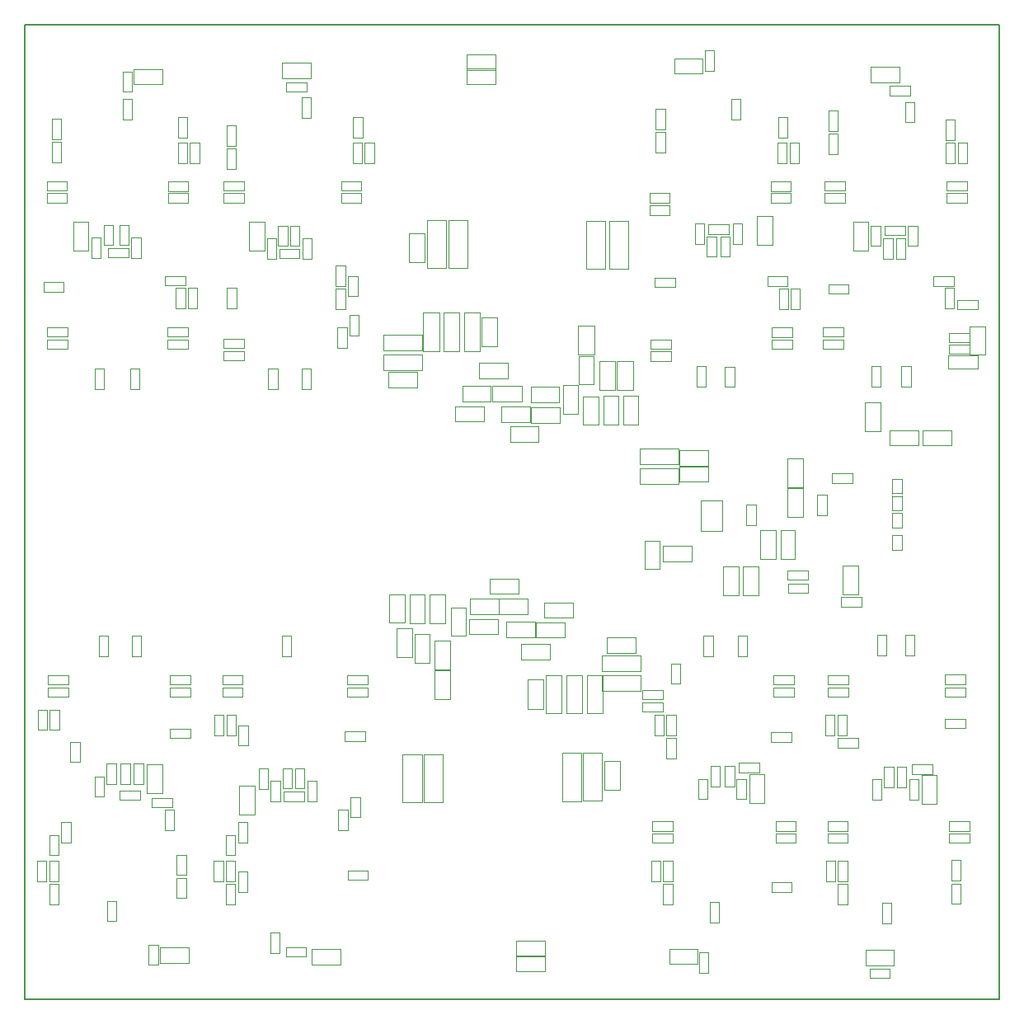
<source format=gbr>
G04 (created by PCBNEW (2013-05-16 BZR 4016)-stable) date 24. 12. 2013 17:26:35*
%MOIN*%
G04 Gerber Fmt 3.4, Leading zero omitted, Abs format*
%FSLAX34Y34*%
G01*
G70*
G90*
G04 APERTURE LIST*
%ADD10C,0.00590551*%
%ADD11C,0.002*%
G04 APERTURE END LIST*
G54D10*
X38779Y-61023D02*
X78149Y-61023D01*
X78149Y-61023D02*
X78149Y-21653D01*
X78149Y-21653D02*
X38779Y-21653D01*
X38779Y-21653D02*
X38779Y-61023D01*
G54D11*
X56666Y-29538D02*
X56666Y-31484D01*
X55892Y-31484D02*
X55892Y-29538D01*
X55892Y-29538D02*
X56666Y-29538D01*
X56666Y-31484D02*
X55892Y-31484D01*
X55800Y-29538D02*
X55800Y-31484D01*
X55026Y-31484D02*
X55026Y-29538D01*
X55026Y-29538D02*
X55800Y-29538D01*
X55800Y-31484D02*
X55026Y-31484D01*
X62237Y-29558D02*
X62237Y-31504D01*
X61463Y-31504D02*
X61463Y-29558D01*
X61463Y-29558D02*
X62237Y-29558D01*
X62237Y-31504D02*
X61463Y-31504D01*
X63162Y-29558D02*
X63162Y-31504D01*
X62388Y-31504D02*
X62388Y-29558D01*
X62388Y-29558D02*
X63162Y-29558D01*
X63162Y-31504D02*
X62388Y-31504D01*
X60498Y-53029D02*
X60498Y-51083D01*
X61272Y-51083D02*
X61272Y-53029D01*
X61272Y-53029D02*
X60498Y-53029D01*
X60498Y-51083D02*
X61272Y-51083D01*
X61325Y-53009D02*
X61325Y-51063D01*
X62099Y-51063D02*
X62099Y-53009D01*
X62099Y-53009D02*
X61325Y-53009D01*
X61325Y-51063D02*
X62099Y-51063D01*
X54888Y-53079D02*
X54888Y-51133D01*
X55662Y-51133D02*
X55662Y-53079D01*
X55662Y-53079D02*
X54888Y-53079D01*
X54888Y-51133D02*
X55662Y-51133D01*
X54042Y-53079D02*
X54042Y-51133D01*
X54816Y-51133D02*
X54816Y-53079D01*
X54816Y-53079D02*
X54042Y-53079D01*
X54042Y-51133D02*
X54816Y-51133D01*
X74215Y-41377D02*
X74215Y-41968D01*
X74215Y-41966D02*
X73835Y-41966D01*
X73835Y-41968D02*
X73835Y-41377D01*
X73835Y-41379D02*
X74215Y-41379D01*
X74215Y-40688D02*
X74215Y-41279D01*
X74215Y-41277D02*
X73835Y-41277D01*
X73835Y-41279D02*
X73835Y-40688D01*
X73835Y-40690D02*
X74215Y-40690D01*
X74225Y-42283D02*
X74225Y-42874D01*
X74225Y-42872D02*
X73845Y-42872D01*
X73845Y-42874D02*
X73845Y-42283D01*
X73845Y-42285D02*
X74225Y-42285D01*
X74215Y-40000D02*
X74215Y-40590D01*
X74215Y-40588D02*
X73835Y-40588D01*
X73835Y-40590D02*
X73835Y-40000D01*
X73835Y-40001D02*
X74215Y-40001D01*
X69894Y-42058D02*
X69894Y-43216D01*
X69894Y-43226D02*
X69337Y-43226D01*
X69337Y-43226D02*
X69337Y-42068D01*
X69337Y-42058D02*
X69894Y-42058D01*
X76113Y-34996D02*
X77271Y-34996D01*
X77281Y-34996D02*
X77281Y-35554D01*
X77281Y-35554D02*
X76123Y-35554D01*
X76113Y-35554D02*
X76113Y-34996D01*
X66099Y-42114D02*
X66099Y-40857D01*
X66099Y-40857D02*
X66951Y-40857D01*
X66951Y-40867D02*
X66951Y-42104D01*
X66951Y-42114D02*
X66099Y-42114D01*
X44338Y-24048D02*
X43180Y-24048D01*
X43180Y-24048D02*
X43180Y-23431D01*
X43180Y-23431D02*
X44338Y-23431D01*
X44338Y-23431D02*
X44338Y-24048D01*
X50332Y-23802D02*
X49174Y-23802D01*
X49174Y-23802D02*
X49174Y-23185D01*
X49174Y-23185D02*
X50332Y-23185D01*
X50332Y-23185D02*
X50332Y-23802D01*
X48448Y-29617D02*
X48448Y-30775D01*
X48448Y-30775D02*
X47831Y-30775D01*
X47831Y-30775D02*
X47831Y-29617D01*
X47831Y-29617D02*
X48448Y-29617D01*
X41331Y-29598D02*
X41331Y-30756D01*
X41331Y-30756D02*
X40715Y-30756D01*
X40715Y-30756D02*
X40715Y-29598D01*
X40715Y-29598D02*
X41331Y-29598D01*
X43707Y-52695D02*
X43707Y-51537D01*
X43707Y-51537D02*
X44324Y-51537D01*
X44324Y-51537D02*
X44324Y-52695D01*
X44324Y-52695D02*
X43707Y-52695D01*
X47437Y-53571D02*
X47437Y-52413D01*
X47437Y-52413D02*
X48054Y-52413D01*
X48054Y-52413D02*
X48054Y-53571D01*
X48054Y-53571D02*
X47437Y-53571D01*
X45391Y-59570D02*
X44233Y-59570D01*
X44233Y-59570D02*
X44233Y-58953D01*
X44233Y-58953D02*
X45391Y-58953D01*
X45391Y-58953D02*
X45391Y-59570D01*
X51523Y-59629D02*
X50365Y-59629D01*
X50365Y-59629D02*
X50365Y-59012D01*
X50365Y-59012D02*
X51523Y-59012D01*
X51523Y-59012D02*
X51523Y-59629D01*
X64814Y-58992D02*
X65972Y-58992D01*
X65972Y-58992D02*
X65972Y-59609D01*
X65972Y-59609D02*
X64814Y-59609D01*
X64814Y-59609D02*
X64814Y-58992D01*
X72747Y-59051D02*
X73905Y-59051D01*
X73905Y-59051D02*
X73905Y-59668D01*
X73905Y-59668D02*
X72747Y-59668D01*
X72747Y-59668D02*
X72747Y-59051D01*
X68057Y-53108D02*
X68057Y-51950D01*
X68057Y-51950D02*
X68674Y-51950D01*
X68674Y-51950D02*
X68674Y-53108D01*
X68674Y-53108D02*
X68057Y-53108D01*
X75016Y-53138D02*
X75016Y-51980D01*
X75016Y-51980D02*
X75633Y-51980D01*
X75633Y-51980D02*
X75633Y-53138D01*
X75633Y-53138D02*
X75016Y-53138D01*
X68989Y-29381D02*
X68989Y-30539D01*
X68989Y-30539D02*
X68372Y-30539D01*
X68372Y-30539D02*
X68372Y-29381D01*
X68372Y-29381D02*
X68989Y-29381D01*
X72867Y-29598D02*
X72867Y-30756D01*
X72867Y-30756D02*
X72250Y-30756D01*
X72250Y-30756D02*
X72250Y-29598D01*
X72250Y-29598D02*
X72867Y-29598D01*
X65021Y-22998D02*
X66179Y-22998D01*
X66179Y-22998D02*
X66179Y-23615D01*
X66179Y-23615D02*
X65021Y-23615D01*
X65021Y-23615D02*
X65021Y-22998D01*
X72974Y-23353D02*
X74132Y-23353D01*
X74132Y-23353D02*
X74132Y-23969D01*
X74132Y-23969D02*
X72974Y-23969D01*
X72974Y-23969D02*
X72974Y-23353D01*
X59091Y-49279D02*
X59091Y-48121D01*
X59091Y-48121D02*
X59727Y-48121D01*
X59727Y-48131D02*
X59727Y-49289D01*
X59727Y-49289D02*
X59091Y-49289D01*
X57240Y-34634D02*
X57240Y-33476D01*
X57240Y-33476D02*
X57877Y-33476D01*
X57877Y-33485D02*
X57877Y-34643D01*
X57877Y-34643D02*
X57240Y-34643D01*
X53476Y-35666D02*
X54634Y-35666D01*
X54634Y-35666D02*
X54634Y-36302D01*
X54624Y-36302D02*
X53466Y-36302D01*
X53466Y-36302D02*
X53466Y-35666D01*
X57803Y-24034D02*
X56645Y-24034D01*
X56645Y-24034D02*
X56645Y-23398D01*
X56655Y-23398D02*
X57813Y-23398D01*
X57813Y-23398D02*
X57813Y-24034D01*
X57803Y-23475D02*
X56645Y-23475D01*
X56645Y-23475D02*
X56645Y-22839D01*
X56655Y-22839D02*
X57813Y-22839D01*
X57813Y-22839D02*
X57813Y-23475D01*
X58633Y-58677D02*
X59791Y-58677D01*
X59791Y-58677D02*
X59791Y-59314D01*
X59781Y-59314D02*
X58623Y-59314D01*
X58623Y-59314D02*
X58623Y-58677D01*
X58633Y-59268D02*
X59791Y-59268D01*
X59791Y-59268D02*
X59791Y-59904D01*
X59781Y-59904D02*
X58623Y-59904D01*
X58623Y-59904D02*
X58623Y-59268D01*
X66386Y-39491D02*
X65228Y-39491D01*
X65228Y-39491D02*
X65228Y-38855D01*
X65237Y-38855D02*
X66395Y-38855D01*
X66395Y-38855D02*
X66395Y-39491D01*
X66386Y-40101D02*
X65228Y-40101D01*
X65228Y-40101D02*
X65228Y-39465D01*
X65237Y-39465D02*
X66395Y-39465D01*
X66395Y-39465D02*
X66395Y-40101D01*
X64578Y-42693D02*
X65736Y-42693D01*
X65736Y-42693D02*
X65736Y-43329D01*
X65726Y-43329D02*
X64568Y-43329D01*
X64568Y-43329D02*
X64568Y-42693D01*
X57940Y-44840D02*
X59098Y-44840D01*
X59098Y-44840D02*
X59098Y-45477D01*
X59088Y-45477D02*
X57930Y-45477D01*
X57930Y-45477D02*
X57930Y-44840D01*
X57909Y-45469D02*
X56751Y-45469D01*
X56751Y-45469D02*
X56751Y-44832D01*
X56760Y-44832D02*
X57918Y-44832D01*
X57918Y-44832D02*
X57918Y-45469D01*
X53796Y-47193D02*
X53796Y-46035D01*
X53796Y-46035D02*
X54432Y-46035D01*
X54432Y-46045D02*
X54432Y-47203D01*
X54432Y-47203D02*
X53796Y-47203D01*
X62181Y-52557D02*
X62181Y-51399D01*
X62181Y-51399D02*
X62818Y-51399D01*
X62818Y-51409D02*
X62818Y-52567D01*
X62818Y-52567D02*
X62181Y-52567D01*
X58854Y-46666D02*
X60012Y-46666D01*
X60012Y-46666D02*
X60012Y-47303D01*
X60002Y-47303D02*
X58844Y-47303D01*
X58844Y-47303D02*
X58844Y-46666D01*
X62295Y-46414D02*
X63453Y-46414D01*
X63453Y-46414D02*
X63453Y-47050D01*
X63443Y-47050D02*
X62285Y-47050D01*
X62285Y-47050D02*
X62285Y-46414D01*
X58243Y-45784D02*
X59401Y-45784D01*
X59401Y-45784D02*
X59401Y-46421D01*
X59391Y-46421D02*
X58233Y-46421D01*
X58233Y-46421D02*
X58233Y-45784D01*
X55963Y-47753D02*
X55963Y-48911D01*
X55963Y-48911D02*
X55326Y-48911D01*
X55326Y-48901D02*
X55326Y-47743D01*
X55326Y-47743D02*
X55963Y-47743D01*
X59201Y-37693D02*
X58043Y-37693D01*
X58043Y-37693D02*
X58043Y-37056D01*
X58052Y-37056D02*
X59210Y-37056D01*
X59210Y-37056D02*
X59210Y-37693D01*
X59247Y-37103D02*
X60405Y-37103D01*
X60405Y-37103D02*
X60405Y-37740D01*
X60395Y-37740D02*
X59237Y-37740D01*
X59237Y-37740D02*
X59237Y-37103D01*
X63349Y-35247D02*
X63349Y-36405D01*
X63349Y-36405D02*
X62713Y-36405D01*
X62713Y-36395D02*
X62713Y-35237D01*
X62713Y-35237D02*
X63349Y-35237D01*
X54924Y-30090D02*
X54924Y-31248D01*
X54924Y-31248D02*
X54288Y-31248D01*
X54288Y-31238D02*
X54288Y-30080D01*
X54288Y-30080D02*
X54924Y-30080D01*
X58303Y-35953D02*
X57145Y-35953D01*
X57145Y-35953D02*
X57145Y-35316D01*
X57154Y-35316D02*
X58312Y-35316D01*
X58312Y-35316D02*
X58312Y-35953D01*
X58838Y-36866D02*
X57680Y-36866D01*
X57680Y-36866D02*
X57680Y-36229D01*
X57689Y-36229D02*
X58847Y-36229D01*
X58847Y-36229D02*
X58847Y-36866D01*
X61145Y-34978D02*
X61145Y-33820D01*
X61145Y-33820D02*
X61782Y-33820D01*
X61782Y-33829D02*
X61782Y-34987D01*
X61782Y-34987D02*
X61145Y-34987D01*
X63633Y-39563D02*
X65185Y-39563D01*
X65185Y-40199D02*
X63633Y-40199D01*
X63633Y-40199D02*
X63633Y-39563D01*
X65185Y-39563D02*
X65185Y-40199D01*
X63633Y-38756D02*
X65185Y-38756D01*
X65185Y-39392D02*
X63633Y-39392D01*
X63633Y-39392D02*
X63633Y-38756D01*
X65185Y-38756D02*
X65185Y-39392D01*
X60475Y-47924D02*
X60475Y-49476D01*
X59839Y-49476D02*
X59839Y-47924D01*
X59839Y-47924D02*
X60475Y-47924D01*
X60475Y-49476D02*
X59839Y-49476D01*
X61302Y-47924D02*
X61302Y-49476D01*
X60666Y-49476D02*
X60666Y-47924D01*
X60666Y-47924D02*
X61302Y-47924D01*
X61302Y-49476D02*
X60666Y-49476D01*
X62129Y-47924D02*
X62129Y-49476D01*
X61492Y-49476D02*
X61492Y-47924D01*
X61492Y-47924D02*
X62129Y-47924D01*
X62129Y-49476D02*
X61492Y-49476D01*
X62098Y-47949D02*
X63650Y-47949D01*
X63650Y-48585D02*
X62098Y-48585D01*
X62098Y-48585D02*
X62098Y-47949D01*
X63650Y-47949D02*
X63650Y-48585D01*
X62098Y-47122D02*
X63650Y-47122D01*
X63650Y-47759D02*
X62098Y-47759D01*
X62098Y-47759D02*
X62098Y-47122D01*
X63650Y-47122D02*
X63650Y-47759D01*
X56532Y-34831D02*
X56532Y-33279D01*
X57168Y-33279D02*
X57168Y-34831D01*
X57168Y-34831D02*
X56532Y-34831D01*
X56532Y-33279D02*
X57168Y-33279D01*
X55705Y-34831D02*
X55705Y-33279D01*
X56341Y-33279D02*
X56341Y-34831D01*
X56341Y-34831D02*
X55705Y-34831D01*
X55705Y-33279D02*
X56341Y-33279D01*
X54878Y-34831D02*
X54878Y-33279D01*
X55514Y-33279D02*
X55514Y-34831D01*
X55514Y-34831D02*
X54878Y-34831D01*
X54878Y-33279D02*
X55514Y-33279D01*
X54831Y-34806D02*
X53279Y-34806D01*
X53279Y-34170D02*
X54831Y-34170D01*
X54831Y-34170D02*
X54831Y-34806D01*
X53279Y-34806D02*
X53279Y-34170D01*
X54831Y-35593D02*
X53279Y-35593D01*
X53279Y-34957D02*
X54831Y-34957D01*
X54831Y-34957D02*
X54831Y-35593D01*
X53279Y-35593D02*
X53279Y-34957D01*
X68418Y-43535D02*
X68418Y-44693D01*
X68418Y-44693D02*
X67801Y-44693D01*
X67801Y-44693D02*
X67801Y-43535D01*
X67801Y-43535D02*
X68418Y-43535D01*
X67621Y-43535D02*
X67621Y-44693D01*
X67621Y-44693D02*
X67004Y-44693D01*
X67004Y-44693D02*
X67004Y-43535D01*
X67004Y-43535D02*
X67621Y-43535D01*
X72453Y-43515D02*
X72453Y-44673D01*
X72453Y-44673D02*
X71837Y-44673D01*
X71837Y-44673D02*
X71837Y-43515D01*
X71837Y-43515D02*
X72453Y-43515D01*
X68510Y-43226D02*
X68510Y-42068D01*
X68510Y-42068D02*
X69127Y-42068D01*
X69127Y-42068D02*
X69127Y-43226D01*
X69127Y-43226D02*
X68510Y-43226D01*
X76975Y-34988D02*
X76975Y-33830D01*
X76975Y-33830D02*
X77591Y-33830D01*
X77591Y-33830D02*
X77591Y-34988D01*
X77591Y-34988D02*
X76975Y-34988D01*
X73359Y-36901D02*
X73359Y-38059D01*
X73359Y-38059D02*
X72742Y-38059D01*
X72742Y-38059D02*
X72742Y-36901D01*
X72742Y-36901D02*
X73359Y-36901D01*
X75070Y-38038D02*
X76228Y-38038D01*
X76228Y-38038D02*
X76228Y-38654D01*
X76228Y-38654D02*
X75070Y-38654D01*
X75070Y-38654D02*
X75070Y-38038D01*
X74890Y-38654D02*
X73732Y-38654D01*
X73732Y-38654D02*
X73732Y-38038D01*
X73732Y-38038D02*
X74890Y-38038D01*
X74890Y-38038D02*
X74890Y-38654D01*
X70219Y-39184D02*
X70219Y-40342D01*
X70219Y-40342D02*
X69603Y-40342D01*
X69603Y-40342D02*
X69603Y-39184D01*
X69603Y-39184D02*
X70219Y-39184D01*
X70219Y-40385D02*
X70219Y-41543D01*
X70219Y-41543D02*
X69603Y-41543D01*
X69603Y-41543D02*
X69603Y-40385D01*
X69603Y-40385D02*
X70219Y-40385D01*
X64442Y-42491D02*
X64442Y-43649D01*
X64442Y-43649D02*
X63825Y-43649D01*
X63825Y-43649D02*
X63825Y-42491D01*
X63825Y-42491D02*
X64442Y-42491D01*
X56611Y-45194D02*
X56611Y-46352D01*
X56611Y-46352D02*
X55994Y-46352D01*
X55994Y-46352D02*
X55994Y-45194D01*
X55994Y-45194D02*
X56611Y-45194D01*
X54521Y-47438D02*
X54521Y-46280D01*
X54521Y-46280D02*
X55138Y-46280D01*
X55138Y-46280D02*
X55138Y-47438D01*
X55138Y-47438D02*
X54521Y-47438D01*
X54324Y-45824D02*
X54324Y-44666D01*
X54324Y-44666D02*
X54941Y-44666D01*
X54941Y-44666D02*
X54941Y-45824D01*
X54941Y-45824D02*
X54324Y-45824D01*
X57574Y-44031D02*
X58732Y-44031D01*
X58732Y-44031D02*
X58732Y-44648D01*
X58732Y-44648D02*
X57574Y-44648D01*
X57574Y-44648D02*
X57574Y-44031D01*
X54119Y-44662D02*
X54119Y-45820D01*
X54119Y-45820D02*
X53502Y-45820D01*
X53502Y-45820D02*
X53502Y-44662D01*
X53502Y-44662D02*
X54119Y-44662D01*
X55131Y-45824D02*
X55131Y-44666D01*
X55131Y-44666D02*
X55748Y-44666D01*
X55748Y-44666D02*
X55748Y-45824D01*
X55748Y-45824D02*
X55131Y-45824D01*
X55961Y-46532D02*
X55961Y-47690D01*
X55961Y-47690D02*
X55344Y-47690D01*
X55344Y-47690D02*
X55344Y-46532D01*
X55344Y-46532D02*
X55961Y-46532D01*
X59779Y-44995D02*
X60937Y-44995D01*
X60937Y-44995D02*
X60937Y-45612D01*
X60937Y-45612D02*
X59779Y-45612D01*
X59779Y-45612D02*
X59779Y-44995D01*
X59440Y-45794D02*
X60598Y-45794D01*
X60598Y-45794D02*
X60598Y-46411D01*
X60598Y-46411D02*
X59440Y-46411D01*
X59440Y-46411D02*
X59440Y-45794D01*
X57890Y-46278D02*
X56732Y-46278D01*
X56732Y-46278D02*
X56732Y-45661D01*
X56732Y-45661D02*
X57890Y-45661D01*
X57890Y-45661D02*
X57890Y-46278D01*
X60525Y-37379D02*
X60525Y-36221D01*
X60525Y-36221D02*
X61142Y-36221D01*
X61142Y-36221D02*
X61142Y-37379D01*
X61142Y-37379D02*
X60525Y-37379D01*
X62615Y-35233D02*
X62615Y-36391D01*
X62615Y-36391D02*
X61998Y-36391D01*
X61998Y-36391D02*
X61998Y-35233D01*
X61998Y-35233D02*
X62615Y-35233D01*
X62772Y-36631D02*
X62772Y-37789D01*
X62772Y-37789D02*
X62155Y-37789D01*
X62155Y-37789D02*
X62155Y-36631D01*
X62155Y-36631D02*
X62772Y-36631D01*
X59543Y-38502D02*
X58385Y-38502D01*
X58385Y-38502D02*
X58385Y-37885D01*
X58385Y-37885D02*
X59543Y-37885D01*
X59543Y-37885D02*
X59543Y-38502D01*
X62958Y-37793D02*
X62958Y-36635D01*
X62958Y-36635D02*
X63575Y-36635D01*
X63575Y-36635D02*
X63575Y-37793D01*
X63575Y-37793D02*
X62958Y-37793D01*
X61953Y-36662D02*
X61953Y-37820D01*
X61953Y-37820D02*
X61336Y-37820D01*
X61336Y-37820D02*
X61336Y-36662D01*
X61336Y-36662D02*
X61953Y-36662D01*
X61147Y-36186D02*
X61147Y-35028D01*
X61147Y-35028D02*
X61764Y-35028D01*
X61764Y-35028D02*
X61764Y-36186D01*
X61764Y-36186D02*
X61147Y-36186D01*
X57327Y-37683D02*
X56169Y-37683D01*
X56169Y-37683D02*
X56169Y-37066D01*
X56169Y-37066D02*
X57327Y-37066D01*
X57327Y-37066D02*
X57327Y-37683D01*
X57606Y-36856D02*
X56448Y-36856D01*
X56448Y-36856D02*
X56448Y-36239D01*
X56448Y-36239D02*
X57606Y-36239D01*
X57606Y-36239D02*
X57606Y-36856D01*
X59220Y-36287D02*
X60378Y-36287D01*
X60378Y-36287D02*
X60378Y-36904D01*
X60378Y-36904D02*
X59220Y-36904D01*
X59220Y-36904D02*
X59220Y-36287D01*
X71184Y-40651D02*
X71184Y-41474D01*
X71184Y-41474D02*
X70804Y-41474D01*
X70804Y-41474D02*
X70804Y-40651D01*
X70804Y-40651D02*
X71184Y-40651D01*
X71773Y-44780D02*
X72596Y-44780D01*
X72596Y-44780D02*
X72596Y-45160D01*
X72596Y-45160D02*
X71773Y-45160D01*
X71773Y-45160D02*
X71773Y-44780D01*
X69617Y-44239D02*
X70441Y-44239D01*
X70441Y-44239D02*
X70441Y-44619D01*
X70441Y-44619D02*
X69617Y-44619D01*
X69617Y-44619D02*
X69617Y-44239D01*
X43556Y-51507D02*
X43556Y-52330D01*
X43556Y-52330D02*
X43176Y-52330D01*
X43176Y-52330D02*
X43176Y-51507D01*
X43176Y-51507D02*
X43556Y-51507D01*
X49233Y-52644D02*
X50057Y-52644D01*
X50057Y-52644D02*
X50057Y-53024D01*
X50057Y-53024D02*
X49233Y-53024D01*
X49233Y-53024D02*
X49233Y-52644D01*
X44156Y-58830D02*
X44156Y-59653D01*
X44156Y-59653D02*
X43776Y-59653D01*
X43776Y-59653D02*
X43776Y-58830D01*
X43776Y-58830D02*
X44156Y-58830D01*
X50145Y-59314D02*
X49322Y-59314D01*
X49322Y-59314D02*
X49322Y-58934D01*
X49322Y-58934D02*
X50145Y-58934D01*
X50145Y-58934D02*
X50145Y-59314D01*
X68462Y-51863D02*
X67639Y-51863D01*
X67639Y-51863D02*
X67639Y-51483D01*
X67639Y-51483D02*
X68462Y-51483D01*
X68462Y-51483D02*
X68462Y-51863D01*
X75460Y-51922D02*
X74637Y-51922D01*
X74637Y-51922D02*
X74637Y-51542D01*
X74637Y-51542D02*
X75460Y-51542D01*
X75460Y-51542D02*
X75460Y-51922D01*
X66410Y-59155D02*
X66410Y-59978D01*
X66410Y-59978D02*
X66030Y-59978D01*
X66030Y-59978D02*
X66030Y-59155D01*
X66030Y-59155D02*
X66410Y-59155D01*
X73738Y-60170D02*
X72915Y-60170D01*
X72915Y-60170D02*
X72915Y-59790D01*
X72915Y-59790D02*
X73738Y-59790D01*
X73738Y-59790D02*
X73738Y-60170D01*
X73525Y-29770D02*
X74348Y-29770D01*
X74348Y-29770D02*
X74348Y-30150D01*
X74348Y-30150D02*
X73525Y-30150D01*
X73525Y-30150D02*
X73525Y-29770D01*
X67222Y-30091D02*
X66399Y-30091D01*
X66399Y-30091D02*
X66399Y-29711D01*
X66399Y-29711D02*
X67222Y-29711D01*
X67222Y-29711D02*
X67222Y-30091D01*
X73732Y-24111D02*
X74555Y-24111D01*
X74555Y-24111D02*
X74555Y-24491D01*
X74555Y-24491D02*
X73732Y-24491D01*
X73732Y-24491D02*
X73732Y-24111D01*
X66266Y-23512D02*
X66266Y-22688D01*
X66266Y-22688D02*
X66646Y-22688D01*
X66646Y-22688D02*
X66646Y-23512D01*
X66646Y-23512D02*
X66266Y-23512D01*
X49880Y-31075D02*
X49056Y-31075D01*
X49056Y-31075D02*
X49056Y-30695D01*
X49056Y-30695D02*
X49880Y-30695D01*
X49880Y-30695D02*
X49880Y-31075D01*
X42127Y-30656D02*
X42951Y-30656D01*
X42951Y-30656D02*
X42951Y-31036D01*
X42951Y-31036D02*
X42127Y-31036D01*
X42127Y-31036D02*
X42127Y-30656D01*
X49332Y-23963D02*
X50155Y-23963D01*
X50155Y-23963D02*
X50155Y-24343D01*
X50155Y-24343D02*
X49332Y-24343D01*
X49332Y-24343D02*
X49332Y-23963D01*
X43103Y-23525D02*
X43103Y-24348D01*
X43103Y-24348D02*
X42723Y-24348D01*
X42723Y-24348D02*
X42723Y-23525D01*
X42723Y-23525D02*
X43103Y-23525D01*
X68319Y-41045D02*
X68319Y-41868D01*
X68319Y-41868D02*
X67939Y-41868D01*
X67939Y-41868D02*
X67939Y-41045D01*
X67939Y-41045D02*
X68319Y-41045D01*
X71409Y-39780D02*
X72232Y-39780D01*
X72232Y-39780D02*
X72232Y-40160D01*
X72232Y-40160D02*
X71409Y-40160D01*
X71409Y-40160D02*
X71409Y-39780D01*
X41758Y-47163D02*
X41758Y-46340D01*
X41758Y-46340D02*
X42138Y-46340D01*
X42138Y-46340D02*
X42138Y-47163D01*
X42138Y-47163D02*
X41758Y-47163D01*
X40987Y-50631D02*
X40987Y-51454D01*
X40987Y-51454D02*
X40607Y-51454D01*
X40607Y-51454D02*
X40607Y-50631D01*
X40607Y-50631D02*
X40987Y-50631D01*
X40529Y-48812D02*
X39706Y-48812D01*
X39706Y-48812D02*
X39706Y-48432D01*
X39706Y-48432D02*
X40529Y-48432D01*
X40529Y-48432D02*
X40529Y-48812D01*
X43423Y-52975D02*
X42600Y-52975D01*
X42600Y-52975D02*
X42600Y-52595D01*
X42600Y-52595D02*
X43423Y-52595D01*
X43423Y-52595D02*
X43423Y-52975D01*
X44627Y-48432D02*
X45451Y-48432D01*
X45451Y-48432D02*
X45451Y-48812D01*
X45451Y-48812D02*
X44627Y-48812D01*
X44627Y-48812D02*
X44627Y-48432D01*
X44627Y-50105D02*
X45451Y-50105D01*
X45451Y-50105D02*
X45451Y-50485D01*
X45451Y-50485D02*
X44627Y-50485D01*
X44627Y-50485D02*
X44627Y-50105D01*
X43024Y-51517D02*
X43024Y-52340D01*
X43024Y-52340D02*
X42644Y-52340D01*
X42644Y-52340D02*
X42644Y-51517D01*
X42644Y-51517D02*
X43024Y-51517D01*
X42453Y-51517D02*
X42453Y-52340D01*
X42453Y-52340D02*
X42073Y-52340D01*
X42073Y-52340D02*
X42073Y-51517D01*
X42073Y-51517D02*
X42453Y-51517D01*
X40160Y-49322D02*
X40160Y-50145D01*
X40160Y-50145D02*
X39780Y-50145D01*
X39780Y-50145D02*
X39780Y-49322D01*
X39780Y-49322D02*
X40160Y-49322D01*
X40529Y-48319D02*
X39706Y-48319D01*
X39706Y-48319D02*
X39706Y-47939D01*
X39706Y-47939D02*
X40529Y-47939D01*
X40529Y-47939D02*
X40529Y-48319D01*
X44627Y-47939D02*
X45451Y-47939D01*
X45451Y-47939D02*
X45451Y-48319D01*
X45451Y-48319D02*
X44627Y-48319D01*
X44627Y-48319D02*
X44627Y-47939D01*
X51704Y-50213D02*
X52527Y-50213D01*
X52527Y-50213D02*
X52527Y-50593D01*
X52527Y-50593D02*
X51704Y-50593D01*
X51704Y-50593D02*
X51704Y-50213D01*
X47577Y-48812D02*
X46753Y-48812D01*
X46753Y-48812D02*
X46753Y-48432D01*
X46753Y-48432D02*
X47577Y-48432D01*
X47577Y-48432D02*
X47577Y-48812D01*
X48595Y-51704D02*
X48595Y-52527D01*
X48595Y-52527D02*
X48215Y-52527D01*
X48215Y-52527D02*
X48215Y-51704D01*
X48215Y-51704D02*
X48595Y-51704D01*
X49160Y-47163D02*
X49160Y-46340D01*
X49160Y-46340D02*
X49540Y-46340D01*
X49540Y-46340D02*
X49540Y-47163D01*
X49540Y-47163D02*
X49160Y-47163D01*
X51812Y-48432D02*
X52636Y-48432D01*
X52636Y-48432D02*
X52636Y-48812D01*
X52636Y-48812D02*
X51812Y-48812D01*
X51812Y-48812D02*
X51812Y-48432D01*
X47788Y-49962D02*
X47788Y-50785D01*
X47788Y-50785D02*
X47408Y-50785D01*
X47408Y-50785D02*
X47408Y-49962D01*
X47408Y-49962D02*
X47788Y-49962D01*
X50071Y-51694D02*
X50071Y-52517D01*
X50071Y-52517D02*
X49691Y-52517D01*
X49691Y-52517D02*
X49691Y-51694D01*
X49691Y-51694D02*
X50071Y-51694D01*
X49579Y-51694D02*
X49579Y-52517D01*
X49579Y-52517D02*
X49199Y-52517D01*
X49199Y-52517D02*
X49199Y-51694D01*
X49199Y-51694D02*
X49579Y-51694D01*
X47296Y-49548D02*
X47296Y-50372D01*
X47296Y-50372D02*
X46916Y-50372D01*
X46916Y-50372D02*
X46916Y-49548D01*
X46916Y-49548D02*
X47296Y-49548D01*
X47577Y-48319D02*
X46753Y-48319D01*
X46753Y-48319D02*
X46753Y-47939D01*
X46753Y-47939D02*
X47577Y-47939D01*
X47577Y-47939D02*
X47577Y-48319D01*
X51812Y-47939D02*
X52636Y-47939D01*
X52636Y-47939D02*
X52636Y-48319D01*
X52636Y-48319D02*
X51812Y-48319D01*
X51812Y-48319D02*
X51812Y-47939D01*
X42473Y-57058D02*
X42473Y-57882D01*
X42473Y-57882D02*
X42093Y-57882D01*
X42093Y-57882D02*
X42093Y-57058D01*
X42093Y-57058D02*
X42473Y-57058D01*
X39750Y-57203D02*
X39750Y-56379D01*
X39750Y-56379D02*
X40130Y-56379D01*
X40130Y-56379D02*
X40130Y-57203D01*
X40130Y-57203D02*
X39750Y-57203D01*
X39750Y-55214D02*
X39750Y-54391D01*
X39750Y-54391D02*
X40130Y-54391D01*
X40130Y-54391D02*
X40130Y-55214D01*
X40130Y-55214D02*
X39750Y-55214D01*
X41581Y-52852D02*
X41581Y-52029D01*
X41581Y-52029D02*
X41961Y-52029D01*
X41961Y-52029D02*
X41961Y-52852D01*
X41961Y-52852D02*
X41581Y-52852D01*
X43909Y-52890D02*
X44732Y-52890D01*
X44732Y-52890D02*
X44732Y-53270D01*
X44732Y-53270D02*
X43909Y-53270D01*
X43909Y-53270D02*
X43909Y-52890D01*
X43097Y-47163D02*
X43097Y-46340D01*
X43097Y-46340D02*
X43477Y-46340D01*
X43477Y-46340D02*
X43477Y-47163D01*
X43477Y-47163D02*
X43097Y-47163D01*
X44908Y-56947D02*
X44908Y-56123D01*
X44908Y-56123D02*
X45288Y-56123D01*
X45288Y-56123D02*
X45288Y-56947D01*
X45288Y-56947D02*
X44908Y-56947D01*
X45288Y-55198D02*
X45288Y-56021D01*
X45288Y-56021D02*
X44908Y-56021D01*
X44908Y-56021D02*
X44908Y-55198D01*
X44908Y-55198D02*
X45288Y-55198D01*
X40130Y-55454D02*
X40130Y-56277D01*
X40130Y-56277D02*
X39750Y-56277D01*
X39750Y-56277D02*
X39750Y-55454D01*
X39750Y-55454D02*
X40130Y-55454D01*
X40623Y-53879D02*
X40623Y-54703D01*
X40623Y-54703D02*
X40243Y-54703D01*
X40243Y-54703D02*
X40243Y-53879D01*
X40243Y-53879D02*
X40623Y-53879D01*
X44432Y-54191D02*
X44432Y-53367D01*
X44432Y-53367D02*
X44812Y-53367D01*
X44812Y-53367D02*
X44812Y-54191D01*
X44812Y-54191D02*
X44432Y-54191D01*
X51822Y-55823D02*
X52645Y-55823D01*
X52645Y-55823D02*
X52645Y-56203D01*
X52645Y-56203D02*
X51822Y-56203D01*
X51822Y-56203D02*
X51822Y-55823D01*
X46896Y-57203D02*
X46896Y-56379D01*
X46896Y-56379D02*
X47276Y-56379D01*
X47276Y-56379D02*
X47276Y-57203D01*
X47276Y-57203D02*
X46896Y-57203D01*
X46896Y-55214D02*
X46896Y-54391D01*
X46896Y-54391D02*
X47276Y-54391D01*
X47276Y-54391D02*
X47276Y-55214D01*
X47276Y-55214D02*
X46896Y-55214D01*
X50184Y-53029D02*
X50184Y-52206D01*
X50184Y-52206D02*
X50564Y-52206D01*
X50564Y-52206D02*
X50564Y-53029D01*
X50564Y-53029D02*
X50184Y-53029D01*
X52315Y-52856D02*
X52315Y-53679D01*
X52315Y-53679D02*
X51935Y-53679D01*
X51935Y-53679D02*
X51935Y-52856D01*
X51935Y-52856D02*
X52315Y-52856D01*
X47768Y-55867D02*
X47768Y-56691D01*
X47768Y-56691D02*
X47388Y-56691D01*
X47388Y-56691D02*
X47388Y-55867D01*
X47388Y-55867D02*
X47768Y-55867D01*
X48707Y-53029D02*
X48707Y-52206D01*
X48707Y-52206D02*
X49087Y-52206D01*
X49087Y-52206D02*
X49087Y-53029D01*
X49087Y-53029D02*
X48707Y-53029D01*
X49077Y-58338D02*
X49077Y-59161D01*
X49077Y-59161D02*
X48697Y-59161D01*
X48697Y-59161D02*
X48697Y-58338D01*
X48697Y-58338D02*
X49077Y-58338D01*
X47276Y-55454D02*
X47276Y-56277D01*
X47276Y-56277D02*
X46896Y-56277D01*
X46896Y-56277D02*
X46896Y-55454D01*
X46896Y-55454D02*
X47276Y-55454D01*
X47768Y-53879D02*
X47768Y-54703D01*
X47768Y-54703D02*
X47388Y-54703D01*
X47388Y-54703D02*
X47388Y-53879D01*
X47388Y-53879D02*
X47768Y-53879D01*
X51443Y-54191D02*
X51443Y-53367D01*
X51443Y-53367D02*
X51823Y-53367D01*
X51823Y-53367D02*
X51823Y-54191D01*
X51823Y-54191D02*
X51443Y-54191D01*
X67546Y-52951D02*
X67546Y-52127D01*
X67546Y-52127D02*
X67926Y-52127D01*
X67926Y-52127D02*
X67926Y-52951D01*
X67926Y-52951D02*
X67546Y-52951D01*
X64565Y-48910D02*
X63741Y-48910D01*
X63741Y-48910D02*
X63741Y-48530D01*
X63741Y-48530D02*
X64565Y-48530D01*
X64565Y-48530D02*
X64565Y-48910D01*
X67585Y-47163D02*
X67585Y-46340D01*
X67585Y-46340D02*
X67965Y-46340D01*
X67965Y-46340D02*
X67965Y-47163D01*
X67965Y-47163D02*
X67585Y-47163D01*
X66207Y-47163D02*
X66207Y-46340D01*
X66207Y-46340D02*
X66587Y-46340D01*
X66587Y-46340D02*
X66587Y-47163D01*
X66587Y-47163D02*
X66207Y-47163D01*
X69037Y-48432D02*
X69860Y-48432D01*
X69860Y-48432D02*
X69860Y-48812D01*
X69860Y-48812D02*
X69037Y-48812D01*
X69037Y-48812D02*
X69037Y-48432D01*
X64711Y-51297D02*
X64711Y-50474D01*
X64711Y-50474D02*
X65091Y-50474D01*
X65091Y-50474D02*
X65091Y-51297D01*
X65091Y-51297D02*
X64711Y-51297D01*
X67453Y-51615D02*
X67453Y-52439D01*
X67453Y-52439D02*
X67073Y-52439D01*
X67073Y-52439D02*
X67073Y-51615D01*
X67073Y-51615D02*
X67453Y-51615D01*
X66863Y-51615D02*
X66863Y-52439D01*
X66863Y-52439D02*
X66483Y-52439D01*
X66483Y-52439D02*
X66483Y-51615D01*
X66483Y-51615D02*
X66863Y-51615D01*
X65091Y-49548D02*
X65091Y-50372D01*
X65091Y-50372D02*
X64711Y-50372D01*
X64711Y-50372D02*
X64711Y-49548D01*
X64711Y-49548D02*
X65091Y-49548D01*
X64888Y-48285D02*
X64888Y-47462D01*
X64888Y-47462D02*
X65268Y-47462D01*
X65268Y-47462D02*
X65268Y-48285D01*
X65268Y-48285D02*
X64888Y-48285D01*
X69037Y-47939D02*
X69860Y-47939D01*
X69860Y-47939D02*
X69860Y-48319D01*
X69860Y-48319D02*
X69037Y-48319D01*
X69037Y-48319D02*
X69037Y-47939D01*
X74514Y-52970D02*
X74514Y-52147D01*
X74514Y-52147D02*
X74894Y-52147D01*
X74894Y-52147D02*
X74894Y-52970D01*
X74894Y-52970D02*
X74514Y-52970D01*
X74357Y-47143D02*
X74357Y-46320D01*
X74357Y-46320D02*
X74737Y-46320D01*
X74737Y-46320D02*
X74737Y-47143D01*
X74737Y-47143D02*
X74357Y-47143D01*
X72065Y-48812D02*
X71241Y-48812D01*
X71241Y-48812D02*
X71241Y-48432D01*
X71241Y-48432D02*
X72065Y-48432D01*
X72065Y-48432D02*
X72065Y-48812D01*
X73215Y-47143D02*
X73215Y-46320D01*
X73215Y-46320D02*
X73595Y-46320D01*
X73595Y-46320D02*
X73595Y-47143D01*
X73595Y-47143D02*
X73215Y-47143D01*
X75966Y-48432D02*
X76789Y-48432D01*
X76789Y-48432D02*
X76789Y-48812D01*
X76789Y-48812D02*
X75966Y-48812D01*
X75966Y-48812D02*
X75966Y-48432D01*
X72449Y-50859D02*
X71625Y-50859D01*
X71625Y-50859D02*
X71625Y-50479D01*
X71625Y-50479D02*
X72449Y-50479D01*
X72449Y-50479D02*
X72449Y-50859D01*
X74402Y-51635D02*
X74402Y-52458D01*
X74402Y-52458D02*
X74022Y-52458D01*
X74022Y-52458D02*
X74022Y-51635D01*
X74022Y-51635D02*
X74402Y-51635D01*
X73890Y-51635D02*
X73890Y-52458D01*
X73890Y-52458D02*
X73510Y-52458D01*
X73510Y-52458D02*
X73510Y-51635D01*
X73510Y-51635D02*
X73890Y-51635D01*
X72001Y-49548D02*
X72001Y-50372D01*
X72001Y-50372D02*
X71621Y-50372D01*
X71621Y-50372D02*
X71621Y-49548D01*
X71621Y-49548D02*
X72001Y-49548D01*
X72065Y-48319D02*
X71241Y-48319D01*
X71241Y-48319D02*
X71241Y-47939D01*
X71241Y-47939D02*
X72065Y-47939D01*
X72065Y-47939D02*
X72065Y-48319D01*
X75966Y-47920D02*
X76789Y-47920D01*
X76789Y-47920D02*
X76789Y-48300D01*
X76789Y-48300D02*
X75966Y-48300D01*
X75966Y-48300D02*
X75966Y-47920D01*
X68948Y-56315D02*
X69771Y-56315D01*
X69771Y-56315D02*
X69771Y-56695D01*
X69771Y-56695D02*
X68948Y-56695D01*
X68948Y-56695D02*
X68948Y-56315D01*
X64565Y-49402D02*
X63741Y-49402D01*
X63741Y-49402D02*
X63741Y-49022D01*
X63741Y-49022D02*
X64565Y-49022D01*
X64565Y-49022D02*
X64565Y-49402D01*
X64958Y-54717D02*
X64135Y-54717D01*
X64135Y-54717D02*
X64135Y-54337D01*
X64135Y-54337D02*
X64958Y-54337D01*
X64958Y-54337D02*
X64958Y-54717D01*
X65991Y-52951D02*
X65991Y-52127D01*
X65991Y-52127D02*
X66371Y-52127D01*
X66371Y-52127D02*
X66371Y-52951D01*
X66371Y-52951D02*
X65991Y-52951D01*
X69115Y-54337D02*
X69939Y-54337D01*
X69939Y-54337D02*
X69939Y-54717D01*
X69939Y-54717D02*
X69115Y-54717D01*
X69115Y-54717D02*
X69115Y-54337D01*
X64573Y-57203D02*
X64573Y-56379D01*
X64573Y-56379D02*
X64953Y-56379D01*
X64953Y-56379D02*
X64953Y-57203D01*
X64953Y-57203D02*
X64573Y-57203D01*
X68928Y-50252D02*
X69752Y-50252D01*
X69752Y-50252D02*
X69752Y-50632D01*
X69752Y-50632D02*
X68928Y-50632D01*
X68928Y-50632D02*
X68928Y-50252D01*
X66839Y-57119D02*
X66839Y-57943D01*
X66839Y-57943D02*
X66459Y-57943D01*
X66459Y-57943D02*
X66459Y-57119D01*
X66459Y-57119D02*
X66839Y-57119D01*
X64953Y-55454D02*
X64953Y-56277D01*
X64953Y-56277D02*
X64573Y-56277D01*
X64573Y-56277D02*
X64573Y-55454D01*
X64573Y-55454D02*
X64953Y-55454D01*
X64958Y-54225D02*
X64135Y-54225D01*
X64135Y-54225D02*
X64135Y-53845D01*
X64135Y-53845D02*
X64958Y-53845D01*
X64958Y-53845D02*
X64958Y-54225D01*
X69115Y-53845D02*
X69939Y-53845D01*
X69939Y-53845D02*
X69939Y-54225D01*
X69939Y-54225D02*
X69115Y-54225D01*
X69115Y-54225D02*
X69115Y-53845D01*
X73800Y-57135D02*
X73800Y-57958D01*
X73800Y-57958D02*
X73420Y-57958D01*
X73420Y-57958D02*
X73420Y-57135D01*
X73420Y-57135D02*
X73800Y-57135D01*
X76227Y-57183D02*
X76227Y-56359D01*
X76227Y-56359D02*
X76607Y-56359D01*
X76607Y-56359D02*
X76607Y-57183D01*
X76607Y-57183D02*
X76227Y-57183D01*
X72045Y-54717D02*
X71222Y-54717D01*
X71222Y-54717D02*
X71222Y-54337D01*
X71222Y-54337D02*
X72045Y-54337D01*
X72045Y-54337D02*
X72045Y-54717D01*
X73018Y-52970D02*
X73018Y-52147D01*
X73018Y-52147D02*
X73398Y-52147D01*
X73398Y-52147D02*
X73398Y-52970D01*
X73398Y-52970D02*
X73018Y-52970D01*
X76123Y-54337D02*
X76947Y-54337D01*
X76947Y-54337D02*
X76947Y-54717D01*
X76947Y-54717D02*
X76123Y-54717D01*
X76123Y-54717D02*
X76123Y-54337D01*
X71640Y-57203D02*
X71640Y-56379D01*
X71640Y-56379D02*
X72020Y-56379D01*
X72020Y-56379D02*
X72020Y-57203D01*
X72020Y-57203D02*
X71640Y-57203D01*
X76607Y-55415D02*
X76607Y-56238D01*
X76607Y-56238D02*
X76227Y-56238D01*
X76227Y-56238D02*
X76227Y-55415D01*
X76227Y-55415D02*
X76607Y-55415D01*
X75966Y-49691D02*
X76789Y-49691D01*
X76789Y-49691D02*
X76789Y-50071D01*
X76789Y-50071D02*
X75966Y-50071D01*
X75966Y-50071D02*
X75966Y-49691D01*
X72020Y-55454D02*
X72020Y-56277D01*
X72020Y-56277D02*
X71640Y-56277D01*
X71640Y-56277D02*
X71640Y-55454D01*
X71640Y-55454D02*
X72020Y-55454D01*
X72045Y-54225D02*
X71222Y-54225D01*
X71222Y-54225D02*
X71222Y-53845D01*
X71222Y-53845D02*
X72045Y-53845D01*
X72045Y-53845D02*
X72045Y-54225D01*
X76123Y-53845D02*
X76947Y-53845D01*
X76947Y-53845D02*
X76947Y-54225D01*
X76947Y-54225D02*
X76123Y-54225D01*
X76123Y-54225D02*
X76123Y-53845D01*
X73378Y-35454D02*
X73378Y-36277D01*
X73378Y-36277D02*
X72998Y-36277D01*
X72998Y-36277D02*
X72998Y-35454D01*
X72998Y-35454D02*
X73378Y-35454D01*
X76123Y-34091D02*
X76947Y-34091D01*
X76947Y-34091D02*
X76947Y-34471D01*
X76947Y-34471D02*
X76123Y-34471D01*
X76123Y-34471D02*
X76123Y-34091D01*
X67453Y-35458D02*
X67453Y-36281D01*
X67453Y-36281D02*
X67073Y-36281D01*
X67073Y-36281D02*
X67073Y-35458D01*
X67073Y-35458D02*
X67453Y-35458D01*
X74587Y-35438D02*
X74587Y-36262D01*
X74587Y-36262D02*
X74207Y-36262D01*
X74207Y-36262D02*
X74207Y-35438D01*
X74207Y-35438D02*
X74587Y-35438D01*
X71868Y-34245D02*
X71045Y-34245D01*
X71045Y-34245D02*
X71045Y-33865D01*
X71045Y-33865D02*
X71868Y-33865D01*
X71868Y-33865D02*
X71868Y-34245D01*
X73471Y-31100D02*
X73471Y-30277D01*
X73471Y-30277D02*
X73851Y-30277D01*
X73851Y-30277D02*
X73851Y-31100D01*
X73851Y-31100D02*
X73471Y-31100D01*
X73983Y-31100D02*
X73983Y-30277D01*
X73983Y-30277D02*
X74363Y-30277D01*
X74363Y-30277D02*
X74363Y-31100D01*
X74363Y-31100D02*
X73983Y-31100D01*
X75513Y-31817D02*
X76336Y-31817D01*
X76336Y-31817D02*
X76336Y-32197D01*
X76336Y-32197D02*
X75513Y-32197D01*
X75513Y-32197D02*
X75513Y-31817D01*
X75951Y-33108D02*
X75951Y-32285D01*
X75951Y-32285D02*
X76331Y-32285D01*
X76331Y-32285D02*
X76331Y-33108D01*
X76331Y-33108D02*
X75951Y-33108D01*
X76123Y-34573D02*
X76947Y-34573D01*
X76947Y-34573D02*
X76947Y-34953D01*
X76947Y-34953D02*
X76123Y-34953D01*
X76123Y-34953D02*
X76123Y-34573D01*
X71868Y-34737D02*
X71045Y-34737D01*
X71045Y-34737D02*
X71045Y-34357D01*
X71045Y-34357D02*
X71868Y-34357D01*
X71868Y-34357D02*
X71868Y-34737D01*
X68978Y-33884D02*
X69801Y-33884D01*
X69801Y-33884D02*
X69801Y-34264D01*
X69801Y-34264D02*
X68978Y-34264D01*
X68978Y-34264D02*
X68978Y-33884D01*
X65057Y-32237D02*
X64233Y-32237D01*
X64233Y-32237D02*
X64233Y-31857D01*
X64233Y-31857D02*
X65057Y-31857D01*
X65057Y-31857D02*
X65057Y-32237D01*
X66233Y-29686D02*
X66233Y-30510D01*
X66233Y-30510D02*
X65853Y-30510D01*
X65853Y-30510D02*
X65853Y-29686D01*
X65853Y-29686D02*
X66233Y-29686D01*
X68781Y-31817D02*
X69604Y-31817D01*
X69604Y-31817D02*
X69604Y-32197D01*
X69604Y-32197D02*
X68781Y-32197D01*
X68781Y-32197D02*
X68781Y-31817D01*
X64899Y-35229D02*
X64076Y-35229D01*
X64076Y-35229D02*
X64076Y-34849D01*
X64076Y-34849D02*
X64899Y-34849D01*
X64899Y-34849D02*
X64899Y-35229D01*
X66312Y-35454D02*
X66312Y-36277D01*
X66312Y-36277D02*
X65932Y-36277D01*
X65932Y-36277D02*
X65932Y-35454D01*
X65932Y-35454D02*
X66312Y-35454D01*
X66896Y-31021D02*
X66896Y-30198D01*
X66896Y-30198D02*
X67276Y-30198D01*
X67276Y-30198D02*
X67276Y-31021D01*
X67276Y-31021D02*
X66896Y-31021D01*
X66345Y-31021D02*
X66345Y-30198D01*
X66345Y-30198D02*
X66725Y-30198D01*
X66725Y-30198D02*
X66725Y-31021D01*
X66725Y-31021D02*
X66345Y-31021D01*
X69258Y-33128D02*
X69258Y-32304D01*
X69258Y-32304D02*
X69638Y-32304D01*
X69638Y-32304D02*
X69638Y-33128D01*
X69638Y-33128D02*
X69258Y-33128D01*
X68978Y-34357D02*
X69801Y-34357D01*
X69801Y-34357D02*
X69801Y-34737D01*
X69801Y-34737D02*
X68978Y-34737D01*
X68978Y-34737D02*
X68978Y-34357D01*
X64899Y-34737D02*
X64076Y-34737D01*
X64076Y-34737D02*
X64076Y-34357D01*
X64076Y-34357D02*
X64899Y-34357D01*
X64899Y-34357D02*
X64899Y-34737D01*
X71266Y-26868D02*
X71266Y-26045D01*
X71266Y-26045D02*
X71646Y-26045D01*
X71646Y-26045D02*
X71646Y-26868D01*
X71646Y-26868D02*
X71266Y-26868D01*
X76371Y-25474D02*
X76371Y-26297D01*
X76371Y-26297D02*
X75991Y-26297D01*
X75991Y-26297D02*
X75991Y-25474D01*
X75991Y-25474D02*
X76371Y-25474D01*
X76025Y-27959D02*
X76848Y-27959D01*
X76848Y-27959D02*
X76848Y-28339D01*
X76848Y-28339D02*
X76025Y-28339D01*
X76025Y-28339D02*
X76025Y-27959D01*
X74855Y-29765D02*
X74855Y-30588D01*
X74855Y-30588D02*
X74475Y-30588D01*
X74475Y-30588D02*
X74475Y-29765D01*
X74475Y-29765D02*
X74855Y-29765D01*
X71927Y-28339D02*
X71104Y-28339D01*
X71104Y-28339D02*
X71104Y-27959D01*
X71104Y-27959D02*
X71927Y-27959D01*
X71927Y-27959D02*
X71927Y-28339D01*
X71646Y-25119D02*
X71646Y-25943D01*
X71646Y-25943D02*
X71266Y-25943D01*
X71266Y-25943D02*
X71266Y-25119D01*
X71266Y-25119D02*
X71646Y-25119D01*
X73359Y-29765D02*
X73359Y-30588D01*
X73359Y-30588D02*
X72979Y-30588D01*
X72979Y-30588D02*
X72979Y-29765D01*
X72979Y-29765D02*
X73359Y-29765D01*
X74361Y-25584D02*
X74361Y-24761D01*
X74361Y-24761D02*
X74741Y-24761D01*
X74741Y-24761D02*
X74741Y-25584D01*
X74741Y-25584D02*
X74361Y-25584D01*
X75991Y-27222D02*
X75991Y-26399D01*
X75991Y-26399D02*
X76371Y-26399D01*
X76371Y-26399D02*
X76371Y-27222D01*
X76371Y-27222D02*
X75991Y-27222D01*
X76025Y-28451D02*
X76848Y-28451D01*
X76848Y-28451D02*
X76848Y-28831D01*
X76848Y-28831D02*
X76025Y-28831D01*
X76025Y-28831D02*
X76025Y-28451D01*
X71927Y-28831D02*
X71104Y-28831D01*
X71104Y-28831D02*
X71104Y-28451D01*
X71104Y-28451D02*
X71927Y-28451D01*
X71927Y-28451D02*
X71927Y-28831D01*
X64658Y-25041D02*
X64658Y-25864D01*
X64658Y-25864D02*
X64278Y-25864D01*
X64278Y-25864D02*
X64278Y-25041D01*
X64278Y-25041D02*
X64658Y-25041D01*
X68919Y-27979D02*
X69742Y-27979D01*
X69742Y-27979D02*
X69742Y-28359D01*
X69742Y-28359D02*
X68919Y-28359D01*
X68919Y-28359D02*
X68919Y-27979D01*
X69599Y-25375D02*
X69599Y-26199D01*
X69599Y-26199D02*
X69219Y-26199D01*
X69219Y-26199D02*
X69219Y-25375D01*
X69219Y-25375D02*
X69599Y-25375D01*
X67768Y-29686D02*
X67768Y-30510D01*
X67768Y-30510D02*
X67388Y-30510D01*
X67388Y-30510D02*
X67388Y-29686D01*
X67388Y-29686D02*
X67768Y-29686D01*
X72075Y-32502D02*
X71251Y-32502D01*
X71251Y-32502D02*
X71251Y-32122D01*
X71251Y-32122D02*
X72075Y-32122D01*
X72075Y-32122D02*
X72075Y-32502D01*
X64840Y-29323D02*
X64017Y-29323D01*
X64017Y-29323D02*
X64017Y-28943D01*
X64017Y-28943D02*
X64840Y-28943D01*
X64840Y-28943D02*
X64840Y-29323D01*
X64278Y-26789D02*
X64278Y-25966D01*
X64278Y-25966D02*
X64658Y-25966D01*
X64658Y-25966D02*
X64658Y-26789D01*
X64658Y-26789D02*
X64278Y-26789D01*
X67329Y-25470D02*
X67329Y-24647D01*
X67329Y-24647D02*
X67709Y-24647D01*
X67709Y-24647D02*
X67709Y-25470D01*
X67709Y-25470D02*
X67329Y-25470D01*
X69199Y-27222D02*
X69199Y-26399D01*
X69199Y-26399D02*
X69579Y-26399D01*
X69579Y-26399D02*
X69579Y-27222D01*
X69579Y-27222D02*
X69199Y-27222D01*
X68919Y-28451D02*
X69742Y-28451D01*
X69742Y-28451D02*
X69742Y-28831D01*
X69742Y-28831D02*
X68919Y-28831D01*
X68919Y-28831D02*
X68919Y-28451D01*
X64840Y-28831D02*
X64017Y-28831D01*
X64017Y-28831D02*
X64017Y-28451D01*
X64017Y-28451D02*
X64840Y-28451D01*
X64840Y-28451D02*
X64840Y-28831D01*
X46935Y-33108D02*
X46935Y-32285D01*
X46935Y-32285D02*
X47315Y-32285D01*
X47315Y-32285D02*
X47315Y-33108D01*
X47315Y-33108D02*
X46935Y-33108D01*
X49987Y-31100D02*
X49987Y-30277D01*
X49987Y-30277D02*
X50367Y-30277D01*
X50367Y-30277D02*
X50367Y-31100D01*
X50367Y-31100D02*
X49987Y-31100D01*
X48550Y-31100D02*
X48550Y-30277D01*
X48550Y-30277D02*
X48930Y-30277D01*
X48930Y-30277D02*
X48930Y-31100D01*
X48930Y-31100D02*
X48550Y-31100D01*
X52276Y-33367D02*
X52276Y-34191D01*
X52276Y-34191D02*
X51896Y-34191D01*
X51896Y-34191D02*
X51896Y-33367D01*
X51896Y-33367D02*
X52276Y-33367D01*
X49382Y-29765D02*
X49382Y-30588D01*
X49382Y-30588D02*
X49002Y-30588D01*
X49002Y-30588D02*
X49002Y-29765D01*
X49002Y-29765D02*
X49382Y-29765D01*
X48989Y-35533D02*
X48989Y-36356D01*
X48989Y-36356D02*
X48609Y-36356D01*
X48609Y-36356D02*
X48609Y-35533D01*
X48609Y-35533D02*
X48989Y-35533D01*
X47616Y-35209D02*
X46793Y-35209D01*
X46793Y-35209D02*
X46793Y-34829D01*
X46793Y-34829D02*
X47616Y-34829D01*
X47616Y-34829D02*
X47616Y-35209D01*
X51725Y-31379D02*
X51725Y-32203D01*
X51725Y-32203D02*
X51345Y-32203D01*
X51345Y-32203D02*
X51345Y-31379D01*
X51345Y-31379D02*
X51725Y-31379D01*
X51345Y-33128D02*
X51345Y-32304D01*
X51345Y-32304D02*
X51725Y-32304D01*
X51725Y-32304D02*
X51725Y-33128D01*
X51725Y-33128D02*
X51345Y-33128D01*
X51404Y-34703D02*
X51404Y-33879D01*
X51404Y-33879D02*
X51784Y-33879D01*
X51784Y-33879D02*
X51784Y-34703D01*
X51784Y-34703D02*
X51404Y-34703D01*
X47616Y-34717D02*
X46793Y-34717D01*
X46793Y-34717D02*
X46793Y-34337D01*
X46793Y-34337D02*
X47616Y-34337D01*
X47616Y-34337D02*
X47616Y-34717D01*
X43398Y-35533D02*
X43398Y-36356D01*
X43398Y-36356D02*
X43018Y-36356D01*
X43018Y-36356D02*
X43018Y-35533D01*
X43018Y-35533D02*
X43398Y-35533D01*
X43069Y-31057D02*
X43069Y-30233D01*
X43069Y-30233D02*
X43449Y-30233D01*
X43449Y-30233D02*
X43449Y-31057D01*
X43449Y-31057D02*
X43069Y-31057D01*
X41463Y-31061D02*
X41463Y-30237D01*
X41463Y-30237D02*
X41843Y-30237D01*
X41843Y-30237D02*
X41843Y-31061D01*
X41843Y-31061D02*
X41463Y-31061D01*
X44529Y-33865D02*
X45352Y-33865D01*
X45352Y-33865D02*
X45352Y-34245D01*
X45352Y-34245D02*
X44529Y-34245D01*
X44529Y-34245D02*
X44529Y-33865D01*
X41961Y-35533D02*
X41961Y-36356D01*
X41961Y-36356D02*
X41581Y-36356D01*
X41581Y-36356D02*
X41581Y-35533D01*
X41581Y-35533D02*
X41961Y-35533D01*
X40490Y-34245D02*
X39667Y-34245D01*
X39667Y-34245D02*
X39667Y-33865D01*
X39667Y-33865D02*
X40490Y-33865D01*
X40490Y-33865D02*
X40490Y-34245D01*
X44430Y-31798D02*
X45254Y-31798D01*
X45254Y-31798D02*
X45254Y-32178D01*
X45254Y-32178D02*
X44430Y-32178D01*
X44430Y-32178D02*
X44430Y-31798D01*
X40342Y-32424D02*
X39519Y-32424D01*
X39519Y-32424D02*
X39519Y-32044D01*
X39519Y-32044D02*
X40342Y-32044D01*
X40342Y-32044D02*
X40342Y-32424D01*
X44869Y-33108D02*
X44869Y-32285D01*
X44869Y-32285D02*
X45249Y-32285D01*
X45249Y-32285D02*
X45249Y-33108D01*
X45249Y-33108D02*
X44869Y-33108D01*
X40490Y-34737D02*
X39667Y-34737D01*
X39667Y-34737D02*
X39667Y-34357D01*
X39667Y-34357D02*
X40490Y-34357D01*
X40490Y-34357D02*
X40490Y-34737D01*
X44529Y-34357D02*
X45352Y-34357D01*
X45352Y-34357D02*
X45352Y-34737D01*
X45352Y-34737D02*
X44529Y-34737D01*
X44529Y-34737D02*
X44529Y-34357D01*
X49947Y-25403D02*
X49947Y-24580D01*
X49947Y-24580D02*
X50327Y-24580D01*
X50327Y-24580D02*
X50327Y-25403D01*
X50327Y-25403D02*
X49947Y-25403D01*
X46916Y-27458D02*
X46916Y-26635D01*
X46916Y-26635D02*
X47296Y-26635D01*
X47296Y-26635D02*
X47296Y-27458D01*
X47296Y-27458D02*
X46916Y-27458D01*
X52414Y-25375D02*
X52414Y-26199D01*
X52414Y-26199D02*
X52034Y-26199D01*
X52034Y-26199D02*
X52034Y-25375D01*
X52034Y-25375D02*
X52414Y-25375D01*
X50339Y-35533D02*
X50339Y-36356D01*
X50339Y-36356D02*
X49959Y-36356D01*
X49959Y-36356D02*
X49959Y-35533D01*
X49959Y-35533D02*
X50339Y-35533D01*
X51556Y-27959D02*
X52380Y-27959D01*
X52380Y-27959D02*
X52380Y-28339D01*
X52380Y-28339D02*
X51556Y-28339D01*
X51556Y-28339D02*
X51556Y-27959D01*
X49875Y-29765D02*
X49875Y-30588D01*
X49875Y-30588D02*
X49495Y-30588D01*
X49495Y-30588D02*
X49495Y-29765D01*
X49495Y-29765D02*
X49875Y-29765D01*
X47296Y-25710D02*
X47296Y-26533D01*
X47296Y-26533D02*
X46916Y-26533D01*
X46916Y-26533D02*
X46916Y-25710D01*
X46916Y-25710D02*
X47296Y-25710D01*
X47636Y-28339D02*
X46812Y-28339D01*
X46812Y-28339D02*
X46812Y-27959D01*
X46812Y-27959D02*
X47636Y-27959D01*
X47636Y-27959D02*
X47636Y-28339D01*
X52014Y-27222D02*
X52014Y-26399D01*
X52014Y-26399D02*
X52394Y-26399D01*
X52394Y-26399D02*
X52394Y-27222D01*
X52394Y-27222D02*
X52014Y-27222D01*
X47636Y-28831D02*
X46812Y-28831D01*
X46812Y-28831D02*
X46812Y-28451D01*
X46812Y-28451D02*
X47636Y-28451D01*
X47636Y-28451D02*
X47636Y-28831D01*
X51556Y-28451D02*
X52380Y-28451D01*
X52380Y-28451D02*
X52380Y-28831D01*
X52380Y-28831D02*
X51556Y-28831D01*
X51556Y-28831D02*
X51556Y-28451D01*
X39849Y-27203D02*
X39849Y-26379D01*
X39849Y-26379D02*
X40229Y-26379D01*
X40229Y-26379D02*
X40229Y-27203D01*
X40229Y-27203D02*
X39849Y-27203D01*
X42335Y-29726D02*
X42335Y-30549D01*
X42335Y-30549D02*
X41955Y-30549D01*
X41955Y-30549D02*
X41955Y-29726D01*
X41955Y-29726D02*
X42335Y-29726D01*
X42965Y-29726D02*
X42965Y-30549D01*
X42965Y-30549D02*
X42585Y-30549D01*
X42585Y-30549D02*
X42585Y-29726D01*
X42585Y-29726D02*
X42965Y-29726D01*
X44548Y-27979D02*
X45372Y-27979D01*
X45372Y-27979D02*
X45372Y-28359D01*
X45372Y-28359D02*
X44548Y-28359D01*
X44548Y-28359D02*
X44548Y-27979D01*
X45327Y-25375D02*
X45327Y-26199D01*
X45327Y-26199D02*
X44947Y-26199D01*
X44947Y-26199D02*
X44947Y-25375D01*
X44947Y-25375D02*
X45327Y-25375D01*
X40470Y-28339D02*
X39647Y-28339D01*
X39647Y-28339D02*
X39647Y-27959D01*
X39647Y-27959D02*
X40470Y-27959D01*
X40470Y-27959D02*
X40470Y-28339D01*
X44947Y-27222D02*
X44947Y-26399D01*
X44947Y-26399D02*
X45327Y-26399D01*
X45327Y-26399D02*
X45327Y-27222D01*
X45327Y-27222D02*
X44947Y-27222D01*
X44548Y-28451D02*
X45372Y-28451D01*
X45372Y-28451D02*
X45372Y-28831D01*
X45372Y-28831D02*
X44548Y-28831D01*
X44548Y-28831D02*
X44548Y-28451D01*
X40229Y-25454D02*
X40229Y-26277D01*
X40229Y-26277D02*
X39849Y-26277D01*
X39849Y-26277D02*
X39849Y-25454D01*
X39849Y-25454D02*
X40229Y-25454D01*
X42715Y-25466D02*
X42715Y-24643D01*
X42715Y-24643D02*
X43095Y-24643D01*
X43095Y-24643D02*
X43095Y-25466D01*
X43095Y-25466D02*
X42715Y-25466D01*
X40470Y-28831D02*
X39647Y-28831D01*
X39647Y-28831D02*
X39647Y-28451D01*
X39647Y-28451D02*
X40470Y-28451D01*
X40470Y-28451D02*
X40470Y-28831D01*
X45439Y-27222D02*
X45439Y-26399D01*
X45439Y-26399D02*
X45819Y-26399D01*
X45819Y-26399D02*
X45819Y-27222D01*
X45819Y-27222D02*
X45439Y-27222D01*
X45361Y-33108D02*
X45361Y-32285D01*
X45361Y-32285D02*
X45741Y-32285D01*
X45741Y-32285D02*
X45741Y-33108D01*
X45741Y-33108D02*
X45361Y-33108D01*
X51837Y-32616D02*
X51837Y-31793D01*
X51837Y-31793D02*
X52217Y-31793D01*
X52217Y-31793D02*
X52217Y-32616D01*
X52217Y-32616D02*
X51837Y-32616D01*
X52506Y-27222D02*
X52506Y-26399D01*
X52506Y-26399D02*
X52886Y-26399D01*
X52886Y-26399D02*
X52886Y-27222D01*
X52886Y-27222D02*
X52506Y-27222D01*
X46804Y-49548D02*
X46804Y-50372D01*
X46804Y-50372D02*
X46424Y-50372D01*
X46424Y-50372D02*
X46424Y-49548D01*
X46424Y-49548D02*
X46804Y-49548D01*
X46784Y-55454D02*
X46784Y-56277D01*
X46784Y-56277D02*
X46404Y-56277D01*
X46404Y-56277D02*
X46404Y-55454D01*
X46404Y-55454D02*
X46784Y-55454D01*
X39638Y-55454D02*
X39638Y-56277D01*
X39638Y-56277D02*
X39258Y-56277D01*
X39258Y-56277D02*
X39258Y-55454D01*
X39258Y-55454D02*
X39638Y-55454D01*
X39668Y-49322D02*
X39668Y-50145D01*
X39668Y-50145D02*
X39288Y-50145D01*
X39288Y-50145D02*
X39288Y-49322D01*
X39288Y-49322D02*
X39668Y-49322D01*
X70431Y-44087D02*
X69608Y-44087D01*
X69608Y-44087D02*
X69608Y-43707D01*
X69608Y-43707D02*
X70431Y-43707D01*
X70431Y-43707D02*
X70431Y-44087D01*
X76483Y-27222D02*
X76483Y-26399D01*
X76483Y-26399D02*
X76863Y-26399D01*
X76863Y-26399D02*
X76863Y-27222D01*
X76863Y-27222D02*
X76483Y-27222D01*
X76478Y-32762D02*
X77301Y-32762D01*
X77301Y-32762D02*
X77301Y-33142D01*
X77301Y-33142D02*
X76478Y-33142D01*
X76478Y-33142D02*
X76478Y-32762D01*
X69731Y-33128D02*
X69731Y-32304D01*
X69731Y-32304D02*
X70111Y-32304D01*
X70111Y-32304D02*
X70111Y-33128D01*
X70111Y-33128D02*
X69731Y-33128D01*
X69691Y-27222D02*
X69691Y-26399D01*
X69691Y-26399D02*
X70071Y-26399D01*
X70071Y-26399D02*
X70071Y-27222D01*
X70071Y-27222D02*
X69691Y-27222D01*
X64599Y-49548D02*
X64599Y-50372D01*
X64599Y-50372D02*
X64219Y-50372D01*
X64219Y-50372D02*
X64219Y-49548D01*
X64219Y-49548D02*
X64599Y-49548D01*
X64461Y-55454D02*
X64461Y-56277D01*
X64461Y-56277D02*
X64081Y-56277D01*
X64081Y-56277D02*
X64081Y-55454D01*
X64081Y-55454D02*
X64461Y-55454D01*
X71528Y-55454D02*
X71528Y-56277D01*
X71528Y-56277D02*
X71148Y-56277D01*
X71148Y-56277D02*
X71148Y-55454D01*
X71148Y-55454D02*
X71528Y-55454D01*
X71508Y-49548D02*
X71508Y-50372D01*
X71508Y-50372D02*
X71128Y-50372D01*
X71128Y-50372D02*
X71128Y-49548D01*
X71128Y-49548D02*
X71508Y-49548D01*
M02*

</source>
